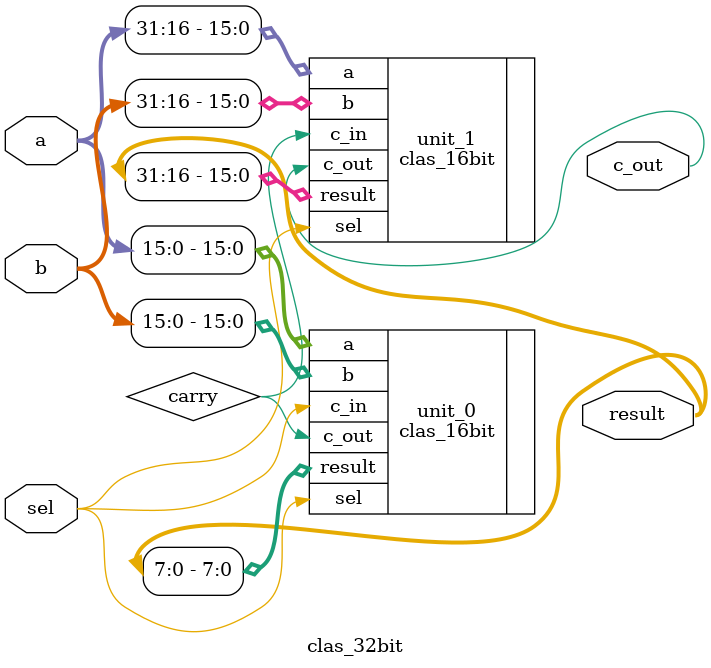
<source format=v>
module clas_32bit(sel, a, b, result, c_out);
    input sel;
    input [31:0] a,b;
    output [31:0] result;
    output c_out;

    wire carry;

    clas_16bit unit_0(
        .a(a[15:0]),
        .b(b[15:0]),
        .sel(sel),
        .result(result[7:0]),
        .c_in(sel),
        .c_out(carry)
    );

    clas_16bit unit_1(
        .a(a[31:16]),
        .b(b[31:16]),
        .sel(sel),
        .result(result[31:16]),
        .c_in(carry),
        .c_out(c_out)
    );
endmodule
</source>
